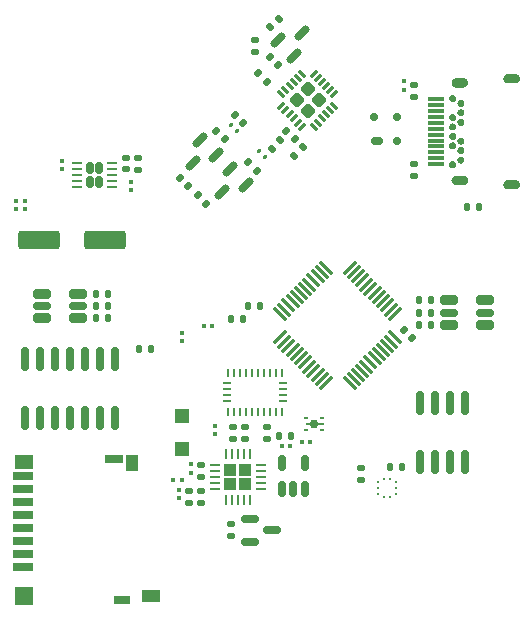
<source format=gbr>
%TF.GenerationSoftware,KiCad,Pcbnew,9.0.0*%
%TF.CreationDate,2025-03-07T10:31:51-08:00*%
%TF.ProjectId,Vanguard_new,56616e67-7561-4726-945f-6e65772e6b69,rev?*%
%TF.SameCoordinates,Original*%
%TF.FileFunction,Paste,Top*%
%TF.FilePolarity,Positive*%
%FSLAX46Y46*%
G04 Gerber Fmt 4.6, Leading zero omitted, Abs format (unit mm)*
G04 Created by KiCad (PCBNEW 9.0.0) date 2025-03-07 10:31:51*
%MOMM*%
%LPD*%
G01*
G04 APERTURE LIST*
G04 Aperture macros list*
%AMRoundRect*
0 Rectangle with rounded corners*
0 $1 Rounding radius*
0 $2 $3 $4 $5 $6 $7 $8 $9 X,Y pos of 4 corners*
0 Add a 4 corners polygon primitive as box body*
4,1,4,$2,$3,$4,$5,$6,$7,$8,$9,$2,$3,0*
0 Add four circle primitives for the rounded corners*
1,1,$1+$1,$2,$3*
1,1,$1+$1,$4,$5*
1,1,$1+$1,$6,$7*
1,1,$1+$1,$8,$9*
0 Add four rect primitives between the rounded corners*
20,1,$1+$1,$2,$3,$4,$5,0*
20,1,$1+$1,$4,$5,$6,$7,0*
20,1,$1+$1,$6,$7,$8,$9,0*
20,1,$1+$1,$8,$9,$2,$3,0*%
%AMFreePoly0*
4,1,13,0.320000,0.125000,0.700000,0.125000,0.700000,-0.125000,0.320000,-0.125000,0.200000,-0.350000,-0.200000,-0.350000,-0.320000,-0.125000,-0.850000,-0.125000,-0.850000,0.125000,-0.320000,0.125000,-0.200000,0.350000,0.200000,0.350000,0.320000,0.125000,0.320000,0.125000,$1*%
G04 Aperture macros list end*
%ADD10C,0.000000*%
%ADD11RoundRect,0.135000X0.035355X-0.226274X0.226274X-0.035355X-0.035355X0.226274X-0.226274X0.035355X0*%
%ADD12RoundRect,0.135000X-0.135000X-0.185000X0.135000X-0.185000X0.135000X0.185000X-0.135000X0.185000X0*%
%ADD13RoundRect,0.135000X-0.185000X0.135000X-0.185000X-0.135000X0.185000X-0.135000X0.185000X0.135000X0*%
%ADD14RoundRect,0.079500X-0.127279X-0.014849X-0.014849X-0.127279X0.127279X0.014849X0.014849X0.127279X0*%
%ADD15RoundRect,0.075000X0.521491X-0.415425X-0.415425X0.521491X-0.521491X0.415425X0.415425X-0.521491X0*%
%ADD16RoundRect,0.075000X0.521491X0.415425X0.415425X0.521491X-0.521491X-0.415425X-0.415425X-0.521491X0*%
%ADD17RoundRect,0.079500X-0.100500X0.079500X-0.100500X-0.079500X0.100500X-0.079500X0.100500X0.079500X0*%
%ADD18RoundRect,0.167500X0.167500X0.312500X-0.167500X0.312500X-0.167500X-0.312500X0.167500X-0.312500X0*%
%ADD19RoundRect,0.062500X0.362500X0.062500X-0.362500X0.062500X-0.362500X-0.062500X0.362500X-0.062500X0*%
%ADD20RoundRect,0.150000X-0.309359X-0.521491X0.521491X0.309359X0.309359X0.521491X-0.521491X-0.309359X0*%
%ADD21RoundRect,0.135000X0.135000X0.185000X-0.135000X0.185000X-0.135000X-0.185000X0.135000X-0.185000X0*%
%ADD22RoundRect,0.135000X-0.226274X-0.035355X-0.035355X-0.226274X0.226274X0.035355X0.035355X0.226274X0*%
%ADD23RoundRect,0.135000X0.226274X0.035355X0.035355X0.226274X-0.226274X-0.035355X-0.035355X-0.226274X0*%
%ADD24RoundRect,0.249999X0.290001X-0.290001X0.290001X0.290001X-0.290001X0.290001X-0.290001X-0.290001X0*%
%ADD25RoundRect,0.062500X0.062500X-0.350000X0.062500X0.350000X-0.062500X0.350000X-0.062500X-0.350000X0*%
%ADD26RoundRect,0.062500X0.350000X-0.062500X0.350000X0.062500X-0.350000X0.062500X-0.350000X-0.062500X0*%
%ADD27R,1.400000X0.300000*%
%ADD28RoundRect,0.079500X-0.079500X-0.100500X0.079500X-0.100500X0.079500X0.100500X-0.079500X0.100500X0*%
%ADD29RoundRect,0.135000X-0.035355X0.226274X-0.226274X0.035355X0.035355X-0.226274X0.226274X-0.035355X0*%
%ADD30RoundRect,0.079500X0.100500X-0.079500X0.100500X0.079500X-0.100500X0.079500X-0.100500X-0.079500X0*%
%ADD31RoundRect,0.150000X-0.587500X-0.150000X0.587500X-0.150000X0.587500X0.150000X-0.587500X0.150000X0*%
%ADD32RoundRect,0.135000X0.185000X-0.135000X0.185000X0.135000X-0.185000X0.135000X-0.185000X-0.135000X0*%
%ADD33RoundRect,0.147500X-0.172500X0.147500X-0.172500X-0.147500X0.172500X-0.147500X0.172500X0.147500X0*%
%ADD34R,1.200000X1.200000*%
%ADD35R,0.254000X0.675000*%
%ADD36R,0.675000X0.254000*%
%ADD37RoundRect,0.160000X-0.565000X-0.240000X0.565000X-0.240000X0.565000X0.240000X-0.565000X0.240000X0*%
%ADD38RoundRect,0.120000X-0.605000X-0.180000X0.605000X-0.180000X0.605000X0.180000X-0.605000X0.180000X0*%
%ADD39RoundRect,0.079500X0.079500X0.100500X-0.079500X0.100500X-0.079500X-0.100500X0.079500X-0.100500X0*%
%ADD40RoundRect,0.062500X0.112500X0.062500X-0.112500X0.062500X-0.112500X-0.062500X0.112500X-0.062500X0*%
%ADD41FreePoly0,180.000000*%
%ADD42R,0.250000X0.275000*%
%ADD43R,0.275000X0.250000*%
%ADD44RoundRect,0.150000X0.150000X-0.825000X0.150000X0.825000X-0.150000X0.825000X-0.150000X-0.825000X0*%
%ADD45RoundRect,0.150000X0.309359X0.521491X-0.521491X-0.309359X-0.309359X-0.521491X0.521491X0.309359X0*%
%ADD46RoundRect,0.250000X1.500000X0.550000X-1.500000X0.550000X-1.500000X-0.550000X1.500000X-0.550000X0*%
%ADD47RoundRect,0.150000X0.150000X-0.512500X0.150000X0.512500X-0.150000X0.512500X-0.150000X-0.512500X0*%
%ADD48RoundRect,0.160000X0.565000X0.240000X-0.565000X0.240000X-0.565000X-0.240000X0.565000X-0.240000X0*%
%ADD49RoundRect,0.120000X0.605000X0.180000X-0.605000X0.180000X-0.605000X-0.180000X0.605000X-0.180000X0*%
%ADD50RoundRect,0.250000X0.000000X0.388909X-0.388909X0.000000X0.000000X-0.388909X0.388909X0.000000X0*%
%ADD51RoundRect,0.062500X0.203293X0.291682X-0.291682X-0.203293X-0.203293X-0.291682X0.291682X0.203293X0*%
%ADD52RoundRect,0.062500X-0.203293X0.291682X-0.291682X0.203293X0.203293X-0.291682X0.291682X-0.203293X0*%
%ADD53R,1.750000X0.700000*%
%ADD54R,1.000000X1.450000*%
%ADD55R,1.550000X1.000000*%
%ADD56R,1.500000X0.800000*%
%ADD57R,1.500000X1.300000*%
%ADD58R,1.500000X1.500000*%
%ADD59R,1.400000X0.800000*%
%ADD60RoundRect,0.175000X0.325000X-0.175000X0.325000X0.175000X-0.325000X0.175000X-0.325000X-0.175000X0*%
%ADD61RoundRect,0.150000X0.150000X-0.200000X0.150000X0.200000X-0.150000X0.200000X-0.150000X-0.200000X0*%
G04 APERTURE END LIST*
D10*
%TO.C,J1*%
G36*
X129530500Y-92140000D02*
G01*
X128131000Y-92140000D01*
X128131000Y-91840500D01*
X129530500Y-91840500D01*
X129530500Y-92140000D01*
G37*
G36*
X129530500Y-92640500D02*
G01*
X128131000Y-92640500D01*
X128131000Y-92341000D01*
X129530500Y-92341000D01*
X129530500Y-92640500D01*
G37*
G36*
X129530500Y-93141000D02*
G01*
X128131000Y-93141000D01*
X128131000Y-92841000D01*
X129530500Y-92841000D01*
X129530500Y-93141000D01*
G37*
G36*
X129530500Y-93641500D02*
G01*
X128131000Y-93641500D01*
X128131000Y-93339000D01*
X129530500Y-93339000D01*
X129530500Y-93641500D01*
G37*
G36*
X129530500Y-94139000D02*
G01*
X128131000Y-94139000D01*
X128131000Y-93839500D01*
X129530500Y-93839500D01*
X129530500Y-94139000D01*
G37*
G36*
X129530500Y-94639500D02*
G01*
X128131000Y-94639500D01*
X128131000Y-94340000D01*
X129530500Y-94340000D01*
X129530500Y-94639500D01*
G37*
G36*
X129530500Y-95140000D02*
G01*
X128131000Y-95140000D01*
X128131000Y-94840000D01*
X129530500Y-94840000D01*
X129530500Y-95140000D01*
G37*
G36*
X129530500Y-95640500D02*
G01*
X128131000Y-95640500D01*
X128131000Y-95340500D01*
X129530500Y-95340500D01*
X129530500Y-95640500D01*
G37*
G36*
X129530500Y-96140500D02*
G01*
X128131000Y-96140500D01*
X128131000Y-95841000D01*
X129530500Y-95841000D01*
X129530500Y-96140500D01*
G37*
G36*
X129530500Y-96641000D02*
G01*
X128131000Y-96641000D01*
X128131000Y-96341500D01*
X129530500Y-96341500D01*
X129530500Y-96641000D01*
G37*
G36*
X129530500Y-97141500D02*
G01*
X128131000Y-97141500D01*
X128131000Y-96839000D01*
X129530500Y-96839000D01*
X129530500Y-97141500D01*
G37*
G36*
X129530500Y-97639000D02*
G01*
X128131000Y-97639000D01*
X128131000Y-97339500D01*
X129530500Y-97339500D01*
X129530500Y-97639000D01*
G37*
G36*
X130256500Y-93241000D02*
G01*
X130281500Y-93244500D01*
X130306000Y-93249500D01*
X130330000Y-93257000D01*
X130353500Y-93266000D01*
X130376000Y-93277000D01*
X130397500Y-93290000D01*
X130418000Y-93305000D01*
X130437000Y-93321500D01*
X130454500Y-93339500D01*
X130470500Y-93358500D01*
X130485000Y-93379500D01*
X130497500Y-93401000D01*
X130508000Y-93424000D01*
X130517000Y-93447500D01*
X130523500Y-93471500D01*
X130528500Y-93496500D01*
X130531000Y-93521500D01*
X130531500Y-93546500D01*
X130530000Y-93571500D01*
X130526000Y-93596500D01*
X130520500Y-93621000D01*
X130512500Y-93644500D01*
X130503000Y-93668000D01*
X130491500Y-93690000D01*
X130478000Y-93711500D01*
X130462500Y-93731500D01*
X130446000Y-93750000D01*
X130427500Y-93767000D01*
X130408000Y-93783000D01*
X130387000Y-93796500D01*
X130365000Y-93809000D01*
X130342000Y-93819000D01*
X130318000Y-93827500D01*
X130294000Y-93833500D01*
X130269000Y-93837500D01*
X130244000Y-93840000D01*
X130219000Y-93840000D01*
X130194000Y-93837500D01*
X130169000Y-93833500D01*
X130145000Y-93827500D01*
X130121000Y-93819000D01*
X130098000Y-93809000D01*
X130076000Y-93796500D01*
X130055000Y-93783000D01*
X130035500Y-93767000D01*
X130017000Y-93750000D01*
X130000500Y-93731500D01*
X129985000Y-93711500D01*
X129971500Y-93690000D01*
X129960000Y-93668000D01*
X129950500Y-93644500D01*
X129942500Y-93621000D01*
X129937000Y-93596500D01*
X129933000Y-93571500D01*
X129931500Y-93546500D01*
X129932000Y-93521500D01*
X129934500Y-93496500D01*
X129939500Y-93471500D01*
X129946000Y-93447500D01*
X129955000Y-93424000D01*
X129965500Y-93401000D01*
X129978000Y-93379500D01*
X129992500Y-93358500D01*
X130008500Y-93339500D01*
X130026000Y-93321500D01*
X130045000Y-93305000D01*
X130065500Y-93290000D01*
X130087000Y-93277000D01*
X130109500Y-93266000D01*
X130133000Y-93257000D01*
X130157000Y-93249500D01*
X130181500Y-93244500D01*
X130206500Y-93241000D01*
X130231500Y-93240000D01*
X130256500Y-93241000D01*
G37*
G36*
X130256500Y-94041000D02*
G01*
X130281500Y-94044500D01*
X130306000Y-94049500D01*
X130330000Y-94057000D01*
X130353500Y-94066000D01*
X130376000Y-94077500D01*
X130397500Y-94090500D01*
X130418000Y-94105000D01*
X130437000Y-94121500D01*
X130454500Y-94139500D01*
X130470500Y-94159000D01*
X130485000Y-94179500D01*
X130497500Y-94201000D01*
X130508000Y-94224000D01*
X130517000Y-94247500D01*
X130523500Y-94271500D01*
X130528500Y-94296500D01*
X130531000Y-94321500D01*
X130531500Y-94346500D01*
X130530000Y-94371500D01*
X130526000Y-94396500D01*
X130520500Y-94421000D01*
X130512500Y-94445000D01*
X130503000Y-94468000D01*
X130491500Y-94490000D01*
X130478000Y-94511500D01*
X130462500Y-94531500D01*
X130446000Y-94550000D01*
X130427500Y-94567500D01*
X130408000Y-94583000D01*
X130387000Y-94597000D01*
X130365000Y-94609000D01*
X130342000Y-94619000D01*
X130318000Y-94627500D01*
X130294000Y-94633500D01*
X130269000Y-94638000D01*
X130244000Y-94640000D01*
X130219000Y-94640000D01*
X130194000Y-94638000D01*
X130169000Y-94633500D01*
X130145000Y-94627500D01*
X130121000Y-94619000D01*
X130098000Y-94609000D01*
X130076000Y-94597000D01*
X130055000Y-94583000D01*
X130035500Y-94567500D01*
X130017000Y-94550000D01*
X130000500Y-94531500D01*
X129985000Y-94511500D01*
X129971500Y-94490000D01*
X129960000Y-94468000D01*
X129950500Y-94445000D01*
X129942500Y-94421000D01*
X129937000Y-94396500D01*
X129933000Y-94371500D01*
X129931500Y-94346500D01*
X129932000Y-94321500D01*
X129934500Y-94296500D01*
X129939500Y-94271500D01*
X129946000Y-94247500D01*
X129955000Y-94224000D01*
X129965500Y-94201000D01*
X129978000Y-94179500D01*
X129992500Y-94159000D01*
X130008500Y-94139500D01*
X130026000Y-94121500D01*
X130045000Y-94105000D01*
X130065500Y-94090500D01*
X130087000Y-94077500D01*
X130109500Y-94066000D01*
X130133000Y-94057000D01*
X130157000Y-94049500D01*
X130181500Y-94044500D01*
X130206500Y-94041000D01*
X130231500Y-94040000D01*
X130256500Y-94041000D01*
G37*
G36*
X130256500Y-97241000D02*
G01*
X130281500Y-97244500D01*
X130306000Y-97249500D01*
X130330000Y-97257000D01*
X130353500Y-97266000D01*
X130376000Y-97277000D01*
X130397500Y-97290000D01*
X130418000Y-97305000D01*
X130437000Y-97321500D01*
X130454500Y-97339500D01*
X130470500Y-97358500D01*
X130485000Y-97379500D01*
X130497500Y-97401000D01*
X130508000Y-97424000D01*
X130517000Y-97447500D01*
X130523500Y-97471500D01*
X130528500Y-97496500D01*
X130531000Y-97521000D01*
X130531500Y-97546500D01*
X130530000Y-97571500D01*
X130526000Y-97596500D01*
X130520500Y-97621000D01*
X130512500Y-97644500D01*
X130503000Y-97668000D01*
X130491500Y-97690000D01*
X130478000Y-97711500D01*
X130462500Y-97731500D01*
X130446000Y-97750000D01*
X130427500Y-97767000D01*
X130408000Y-97783000D01*
X130387000Y-97796500D01*
X130365000Y-97809000D01*
X130342000Y-97819000D01*
X130318000Y-97827500D01*
X130294000Y-97833500D01*
X130269000Y-97837500D01*
X130244000Y-97840000D01*
X130219000Y-97840000D01*
X130194000Y-97837500D01*
X130169000Y-97833500D01*
X130145000Y-97827500D01*
X130121000Y-97819000D01*
X130098000Y-97809000D01*
X130076000Y-97796500D01*
X130055000Y-97783000D01*
X130035500Y-97767000D01*
X130017000Y-97750000D01*
X130000500Y-97731500D01*
X129985000Y-97711500D01*
X129971500Y-97690000D01*
X129960000Y-97668000D01*
X129950500Y-97644500D01*
X129942500Y-97621000D01*
X129937000Y-97596500D01*
X129933000Y-97571500D01*
X129931500Y-97546500D01*
X129932000Y-97521000D01*
X129934500Y-97496500D01*
X129939500Y-97471500D01*
X129946000Y-97447500D01*
X129955000Y-97424000D01*
X129965500Y-97401000D01*
X129978000Y-97379500D01*
X129992500Y-97358500D01*
X130008500Y-97339500D01*
X130026000Y-97321500D01*
X130045000Y-97305000D01*
X130065500Y-97290000D01*
X130087000Y-97277000D01*
X130109500Y-97266000D01*
X130133000Y-97257000D01*
X130157000Y-97249500D01*
X130181500Y-97244500D01*
X130206500Y-97241000D01*
X130231500Y-97240000D01*
X130256500Y-97241000D01*
G37*
G36*
X130256500Y-91641000D02*
G01*
X130281500Y-91644500D01*
X130306000Y-91649500D01*
X130330000Y-91657000D01*
X130353500Y-91666000D01*
X130376000Y-91677500D01*
X130397500Y-91690500D01*
X130418000Y-91705000D01*
X130437000Y-91721500D01*
X130454500Y-91739500D01*
X130470500Y-91759000D01*
X130485000Y-91779500D01*
X130497500Y-91801000D01*
X130508000Y-91824000D01*
X130517000Y-91847500D01*
X130523500Y-91871500D01*
X130528500Y-91896500D01*
X130531000Y-91921500D01*
X130531500Y-91946500D01*
X130530000Y-91971500D01*
X130526000Y-91996500D01*
X130520500Y-92021000D01*
X130512500Y-92044500D01*
X130503000Y-92068000D01*
X130491500Y-92090000D01*
X130478000Y-92111500D01*
X130462500Y-92131500D01*
X130446000Y-92150000D01*
X130427500Y-92167500D01*
X130408000Y-92183000D01*
X130387000Y-92197000D01*
X130365000Y-92209000D01*
X130342000Y-92219000D01*
X130318000Y-92227500D01*
X130294000Y-92233500D01*
X130269000Y-92238000D01*
X130244000Y-92240000D01*
X130219000Y-92240000D01*
X130194000Y-92238000D01*
X130169000Y-92233500D01*
X130145000Y-92227500D01*
X130121000Y-92219000D01*
X130098000Y-92209000D01*
X130076000Y-92197000D01*
X130055000Y-92183000D01*
X130035500Y-92167500D01*
X130017000Y-92150000D01*
X130000500Y-92131500D01*
X129985000Y-92111500D01*
X129971500Y-92090000D01*
X129960000Y-92068000D01*
X129950500Y-92044500D01*
X129942500Y-92021000D01*
X129937000Y-91996500D01*
X129933000Y-91971500D01*
X129931500Y-91946500D01*
X129932000Y-91921500D01*
X129934500Y-91896500D01*
X129939500Y-91871500D01*
X129946000Y-91847500D01*
X129955000Y-91824000D01*
X129965500Y-91801000D01*
X129978000Y-91779500D01*
X129992500Y-91759000D01*
X130008500Y-91739500D01*
X130026000Y-91721500D01*
X130045000Y-91705000D01*
X130065500Y-91690500D01*
X130087000Y-91677500D01*
X130109500Y-91666000D01*
X130133000Y-91657000D01*
X130157000Y-91649500D01*
X130181500Y-91644500D01*
X130206500Y-91641000D01*
X130231500Y-91640000D01*
X130256500Y-91641000D01*
G37*
G36*
X130256500Y-94841000D02*
G01*
X130281500Y-94844000D01*
X130306000Y-94849500D01*
X130330000Y-94856500D01*
X130353500Y-94866000D01*
X130376000Y-94877000D01*
X130397500Y-94890000D01*
X130418000Y-94905000D01*
X130437000Y-94921500D01*
X130454500Y-94939500D01*
X130470500Y-94958500D01*
X130485000Y-94979500D01*
X130497500Y-95001000D01*
X130508000Y-95024000D01*
X130517000Y-95047500D01*
X130523500Y-95071500D01*
X130528500Y-95096000D01*
X130531000Y-95121000D01*
X130531500Y-95146500D01*
X130530000Y-95171500D01*
X130526000Y-95196500D01*
X130520500Y-95220500D01*
X130512500Y-95244500D01*
X130503000Y-95268000D01*
X130491500Y-95290000D01*
X130478000Y-95311500D01*
X130462500Y-95331500D01*
X130446000Y-95350000D01*
X130427500Y-95367000D01*
X130408000Y-95382500D01*
X130387000Y-95396500D01*
X130365000Y-95409000D01*
X130342000Y-95419000D01*
X130318000Y-95427000D01*
X130294000Y-95433500D01*
X130269000Y-95437500D01*
X130244000Y-95440000D01*
X130219000Y-95440000D01*
X130194000Y-95437500D01*
X130169000Y-95433500D01*
X130145000Y-95427000D01*
X130121000Y-95419000D01*
X130098000Y-95409000D01*
X130076000Y-95396500D01*
X130055000Y-95382500D01*
X130035500Y-95367000D01*
X130017000Y-95350000D01*
X130000500Y-95331500D01*
X129985000Y-95311500D01*
X129971500Y-95290000D01*
X129960000Y-95268000D01*
X129950500Y-95244500D01*
X129942500Y-95220500D01*
X129937000Y-95196500D01*
X129933000Y-95171500D01*
X129931500Y-95146500D01*
X129932000Y-95121000D01*
X129934500Y-95096000D01*
X129939500Y-95071500D01*
X129946000Y-95047500D01*
X129955000Y-95024000D01*
X129965500Y-95001000D01*
X129978000Y-94979500D01*
X129992500Y-94958500D01*
X130008500Y-94939500D01*
X130026000Y-94921500D01*
X130045000Y-94905000D01*
X130065500Y-94890000D01*
X130087000Y-94877000D01*
X130109500Y-94866000D01*
X130133000Y-94856500D01*
X130157000Y-94849500D01*
X130181500Y-94844000D01*
X130206500Y-94841000D01*
X130231500Y-94840000D01*
X130256500Y-94841000D01*
G37*
G36*
X130256500Y-95641000D02*
G01*
X130281500Y-95644500D01*
X130306000Y-95649500D01*
X130330000Y-95657000D01*
X130353500Y-95666000D01*
X130376000Y-95677500D01*
X130397500Y-95690500D01*
X130418000Y-95705000D01*
X130437000Y-95721500D01*
X130454500Y-95739500D01*
X130470500Y-95759000D01*
X130485000Y-95779500D01*
X130497500Y-95801000D01*
X130508000Y-95824000D01*
X130517000Y-95847500D01*
X130523500Y-95871500D01*
X130528500Y-95896500D01*
X130531000Y-95921500D01*
X130531500Y-95946500D01*
X130530000Y-95971500D01*
X130526000Y-95996500D01*
X130520500Y-96021000D01*
X130512500Y-96044500D01*
X130503000Y-96068000D01*
X130491500Y-96090000D01*
X130478000Y-96111500D01*
X130462500Y-96131500D01*
X130446000Y-96150000D01*
X130427500Y-96167500D01*
X130408000Y-96183000D01*
X130387000Y-96197000D01*
X130365000Y-96209000D01*
X130342000Y-96219000D01*
X130318000Y-96227500D01*
X130294000Y-96233500D01*
X130269000Y-96238000D01*
X130244000Y-96240000D01*
X130219000Y-96240000D01*
X130194000Y-96238000D01*
X130169000Y-96233500D01*
X130145000Y-96227500D01*
X130121000Y-96219000D01*
X130098000Y-96209000D01*
X130076000Y-96197000D01*
X130055000Y-96183000D01*
X130035500Y-96167500D01*
X130017000Y-96150000D01*
X130000500Y-96131500D01*
X129985000Y-96111500D01*
X129971500Y-96090000D01*
X129960000Y-96068000D01*
X129950500Y-96044500D01*
X129942500Y-96021000D01*
X129937000Y-95996500D01*
X129933000Y-95971500D01*
X129931500Y-95946500D01*
X129932000Y-95921500D01*
X129934500Y-95896500D01*
X129939500Y-95871500D01*
X129946000Y-95847500D01*
X129955000Y-95824000D01*
X129965500Y-95801000D01*
X129978000Y-95779500D01*
X129992500Y-95759000D01*
X130008500Y-95739500D01*
X130026000Y-95721500D01*
X130045000Y-95705000D01*
X130065500Y-95690500D01*
X130087000Y-95677500D01*
X130109500Y-95666000D01*
X130133000Y-95657000D01*
X130157000Y-95649500D01*
X130181500Y-95644500D01*
X130206500Y-95641000D01*
X130231500Y-95640000D01*
X130256500Y-95641000D01*
G37*
G36*
X130956500Y-92041000D02*
G01*
X130981500Y-92044500D01*
X131006000Y-92049500D01*
X131030000Y-92057000D01*
X131053500Y-92066000D01*
X131076000Y-92077500D01*
X131097500Y-92090500D01*
X131118000Y-92105000D01*
X131137000Y-92121500D01*
X131154500Y-92139500D01*
X131170500Y-92159000D01*
X131185000Y-92179500D01*
X131197500Y-92201000D01*
X131208000Y-92224000D01*
X131217000Y-92247500D01*
X131223500Y-92271500D01*
X131228500Y-92296500D01*
X131231000Y-92321500D01*
X131231500Y-92346500D01*
X131230000Y-92371500D01*
X131226000Y-92396500D01*
X131220500Y-92421000D01*
X131212500Y-92445000D01*
X131203000Y-92468000D01*
X131191500Y-92490000D01*
X131178000Y-92511500D01*
X131162500Y-92531500D01*
X131146000Y-92550000D01*
X131127500Y-92567500D01*
X131108000Y-92583000D01*
X131087000Y-92597000D01*
X131065000Y-92609000D01*
X131042000Y-92619000D01*
X131018000Y-92627500D01*
X130994000Y-92633500D01*
X130969000Y-92638000D01*
X130944000Y-92640000D01*
X130919000Y-92640000D01*
X130894000Y-92638000D01*
X130869000Y-92633500D01*
X130845000Y-92627500D01*
X130821000Y-92619000D01*
X130798000Y-92609000D01*
X130776000Y-92597000D01*
X130755000Y-92583000D01*
X130735500Y-92567500D01*
X130717000Y-92550000D01*
X130700500Y-92531500D01*
X130685000Y-92511500D01*
X130671500Y-92490000D01*
X130660000Y-92468000D01*
X130650500Y-92445000D01*
X130642500Y-92421000D01*
X130637000Y-92396500D01*
X130633000Y-92371500D01*
X130631500Y-92346500D01*
X130632000Y-92321500D01*
X130634500Y-92296500D01*
X130639500Y-92271500D01*
X130646000Y-92247500D01*
X130655000Y-92224000D01*
X130665500Y-92201000D01*
X130678000Y-92179500D01*
X130692500Y-92159000D01*
X130708500Y-92139500D01*
X130726000Y-92121500D01*
X130745000Y-92105000D01*
X130765500Y-92090500D01*
X130787000Y-92077500D01*
X130809500Y-92066000D01*
X130833000Y-92057000D01*
X130857000Y-92049500D01*
X130881500Y-92044500D01*
X130906500Y-92041000D01*
X130931500Y-92040000D01*
X130956500Y-92041000D01*
G37*
G36*
X130956500Y-92841000D02*
G01*
X130981500Y-92844000D01*
X131006000Y-92849500D01*
X131030000Y-92856500D01*
X131053500Y-92866000D01*
X131076000Y-92877000D01*
X131097500Y-92890000D01*
X131118000Y-92905000D01*
X131137000Y-92921500D01*
X131154500Y-92939500D01*
X131170500Y-92958500D01*
X131185000Y-92979500D01*
X131197500Y-93001000D01*
X131208000Y-93024000D01*
X131217000Y-93047500D01*
X131223500Y-93071500D01*
X131228500Y-93096000D01*
X131231000Y-93121000D01*
X131231500Y-93146500D01*
X131230000Y-93171500D01*
X131226000Y-93196500D01*
X131220500Y-93220500D01*
X131212500Y-93244500D01*
X131203000Y-93268000D01*
X131191500Y-93290000D01*
X131178000Y-93311500D01*
X131162500Y-93331500D01*
X131146000Y-93350000D01*
X131127500Y-93367000D01*
X131108000Y-93383000D01*
X131087000Y-93396500D01*
X131065000Y-93409000D01*
X131042000Y-93419000D01*
X131018000Y-93427500D01*
X130994000Y-93433500D01*
X130969000Y-93437500D01*
X130944000Y-93440000D01*
X130919000Y-93440000D01*
X130894000Y-93437500D01*
X130869000Y-93433500D01*
X130845000Y-93427500D01*
X130821000Y-93419000D01*
X130798000Y-93409000D01*
X130776000Y-93396500D01*
X130755000Y-93383000D01*
X130735500Y-93367000D01*
X130717000Y-93350000D01*
X130700500Y-93331500D01*
X130685000Y-93311500D01*
X130671500Y-93290000D01*
X130660000Y-93268000D01*
X130650500Y-93244500D01*
X130642500Y-93220500D01*
X130637000Y-93196500D01*
X130633000Y-93171500D01*
X130631500Y-93146500D01*
X130632000Y-93121000D01*
X130634500Y-93096000D01*
X130639500Y-93071500D01*
X130646000Y-93047500D01*
X130655000Y-93024000D01*
X130665500Y-93001000D01*
X130678000Y-92979500D01*
X130692500Y-92958500D01*
X130708500Y-92939500D01*
X130726000Y-92921500D01*
X130745000Y-92905000D01*
X130765500Y-92890000D01*
X130787000Y-92877000D01*
X130809500Y-92866000D01*
X130833000Y-92856500D01*
X130857000Y-92849500D01*
X130881500Y-92844000D01*
X130906500Y-92841000D01*
X130931500Y-92840000D01*
X130956500Y-92841000D01*
G37*
G36*
X130956500Y-93641000D02*
G01*
X130981500Y-93644500D01*
X131006000Y-93649500D01*
X131030000Y-93657000D01*
X131053500Y-93666000D01*
X131076000Y-93677500D01*
X131097500Y-93690500D01*
X131118000Y-93705000D01*
X131137000Y-93721500D01*
X131154500Y-93739500D01*
X131170500Y-93759000D01*
X131185000Y-93779500D01*
X131197500Y-93801000D01*
X131208000Y-93824000D01*
X131217000Y-93847500D01*
X131223500Y-93871500D01*
X131228500Y-93896500D01*
X131231000Y-93921500D01*
X131231500Y-93946500D01*
X131230000Y-93971500D01*
X131226000Y-93996500D01*
X131220500Y-94021000D01*
X131212500Y-94044500D01*
X131203000Y-94068000D01*
X131191500Y-94090000D01*
X131178000Y-94111500D01*
X131162500Y-94131500D01*
X131146000Y-94150000D01*
X131127500Y-94167500D01*
X131108000Y-94183000D01*
X131087000Y-94197000D01*
X131065000Y-94209000D01*
X131042000Y-94219000D01*
X131018000Y-94227500D01*
X130994000Y-94233500D01*
X130969000Y-94238000D01*
X130944000Y-94240000D01*
X130919000Y-94240000D01*
X130894000Y-94238000D01*
X130869000Y-94233500D01*
X130845000Y-94227500D01*
X130821000Y-94219000D01*
X130798000Y-94209000D01*
X130776000Y-94197000D01*
X130755000Y-94183000D01*
X130735500Y-94167500D01*
X130717000Y-94150000D01*
X130700500Y-94131500D01*
X130685000Y-94111500D01*
X130671500Y-94090000D01*
X130660000Y-94068000D01*
X130650500Y-94044500D01*
X130642500Y-94021000D01*
X130637000Y-93996500D01*
X130633000Y-93971500D01*
X130631500Y-93946500D01*
X130632000Y-93921500D01*
X130634500Y-93896500D01*
X130639500Y-93871500D01*
X130646000Y-93847500D01*
X130655000Y-93824000D01*
X130665500Y-93801000D01*
X130678000Y-93779500D01*
X130692500Y-93759000D01*
X130708500Y-93739500D01*
X130726000Y-93721500D01*
X130745000Y-93705000D01*
X130765500Y-93690500D01*
X130787000Y-93677500D01*
X130809500Y-93666000D01*
X130833000Y-93657000D01*
X130857000Y-93649500D01*
X130881500Y-93644500D01*
X130906500Y-93641000D01*
X130931500Y-93640000D01*
X130956500Y-93641000D01*
G37*
G36*
X130956500Y-95241000D02*
G01*
X130981500Y-95244500D01*
X131006000Y-95249500D01*
X131030000Y-95257000D01*
X131053500Y-95266000D01*
X131076000Y-95277000D01*
X131097500Y-95290000D01*
X131118000Y-95305000D01*
X131137000Y-95321500D01*
X131154500Y-95339500D01*
X131170500Y-95358500D01*
X131185000Y-95379500D01*
X131197500Y-95401000D01*
X131208000Y-95424000D01*
X131217000Y-95447500D01*
X131223500Y-95471500D01*
X131228500Y-95496500D01*
X131231000Y-95521500D01*
X131231500Y-95546500D01*
X131230000Y-95571500D01*
X131226000Y-95596500D01*
X131220500Y-95621000D01*
X131212500Y-95644500D01*
X131203000Y-95668000D01*
X131191500Y-95690000D01*
X131178000Y-95711500D01*
X131162500Y-95731500D01*
X131146000Y-95750000D01*
X131127500Y-95767000D01*
X131108000Y-95783000D01*
X131087000Y-95796500D01*
X131065000Y-95809000D01*
X131042000Y-95819000D01*
X131018000Y-95827500D01*
X130994000Y-95833500D01*
X130969000Y-95837500D01*
X130944000Y-95840000D01*
X130919000Y-95840000D01*
X130894000Y-95837500D01*
X130869000Y-95833500D01*
X130845000Y-95827500D01*
X130821000Y-95819000D01*
X130798000Y-95809000D01*
X130776000Y-95796500D01*
X130755000Y-95783000D01*
X130735500Y-95767000D01*
X130717000Y-95750000D01*
X130700500Y-95731500D01*
X130685000Y-95711500D01*
X130671500Y-95690000D01*
X130660000Y-95668000D01*
X130650500Y-95644500D01*
X130642500Y-95621000D01*
X130637000Y-95596500D01*
X130633000Y-95571500D01*
X130631500Y-95546500D01*
X130632000Y-95521500D01*
X130634500Y-95496500D01*
X130639500Y-95471500D01*
X130646000Y-95447500D01*
X130655000Y-95424000D01*
X130665500Y-95401000D01*
X130678000Y-95379500D01*
X130692500Y-95358500D01*
X130708500Y-95339500D01*
X130726000Y-95321500D01*
X130745000Y-95305000D01*
X130765500Y-95290000D01*
X130787000Y-95277000D01*
X130809500Y-95266000D01*
X130833000Y-95257000D01*
X130857000Y-95249500D01*
X130881500Y-95244500D01*
X130906500Y-95241000D01*
X130931500Y-95240000D01*
X130956500Y-95241000D01*
G37*
G36*
X130956500Y-96041000D02*
G01*
X130981500Y-96044500D01*
X131006000Y-96049500D01*
X131030000Y-96057000D01*
X131053500Y-96066000D01*
X131076000Y-96077500D01*
X131097500Y-96090500D01*
X131118000Y-96105000D01*
X131137000Y-96121500D01*
X131154500Y-96139500D01*
X131170500Y-96159000D01*
X131185000Y-96179500D01*
X131197500Y-96201000D01*
X131208000Y-96224000D01*
X131217000Y-96247500D01*
X131223500Y-96271500D01*
X131228500Y-96296500D01*
X131231000Y-96321500D01*
X131231500Y-96346500D01*
X131230000Y-96371500D01*
X131226000Y-96396500D01*
X131220500Y-96421000D01*
X131212500Y-96445000D01*
X131203000Y-96468000D01*
X131191500Y-96490000D01*
X131178000Y-96511500D01*
X131162500Y-96531500D01*
X131146000Y-96550000D01*
X131127500Y-96567500D01*
X131108000Y-96583000D01*
X131087000Y-96597000D01*
X131065000Y-96609000D01*
X131042000Y-96619000D01*
X131018000Y-96627500D01*
X130994000Y-96633500D01*
X130969000Y-96638000D01*
X130944000Y-96640000D01*
X130919000Y-96640000D01*
X130894000Y-96638000D01*
X130869000Y-96633500D01*
X130845000Y-96627500D01*
X130821000Y-96619000D01*
X130798000Y-96609000D01*
X130776000Y-96597000D01*
X130755000Y-96583000D01*
X130735500Y-96567500D01*
X130717000Y-96550000D01*
X130700500Y-96531500D01*
X130685000Y-96511500D01*
X130671500Y-96490000D01*
X130660000Y-96468000D01*
X130650500Y-96445000D01*
X130642500Y-96421000D01*
X130637000Y-96396500D01*
X130633000Y-96371500D01*
X130631500Y-96346500D01*
X130632000Y-96321500D01*
X130634500Y-96296500D01*
X130639500Y-96271500D01*
X130646000Y-96247500D01*
X130655000Y-96224000D01*
X130665500Y-96201000D01*
X130678000Y-96179500D01*
X130692500Y-96159000D01*
X130708500Y-96139500D01*
X130726000Y-96121500D01*
X130745000Y-96105000D01*
X130765500Y-96090500D01*
X130787000Y-96077500D01*
X130809500Y-96066000D01*
X130833000Y-96057000D01*
X130857000Y-96049500D01*
X130881500Y-96044500D01*
X130906500Y-96041000D01*
X130931500Y-96040000D01*
X130956500Y-96041000D01*
G37*
G36*
X130956500Y-96841000D02*
G01*
X130981500Y-96844000D01*
X131006000Y-96849500D01*
X131030000Y-96856500D01*
X131053500Y-96866000D01*
X131076000Y-96877000D01*
X131097500Y-96890000D01*
X131118000Y-96905000D01*
X131137000Y-96921500D01*
X131154500Y-96939500D01*
X131170500Y-96958500D01*
X131185000Y-96979500D01*
X131197500Y-97001000D01*
X131208000Y-97024000D01*
X131217000Y-97047500D01*
X131223500Y-97071500D01*
X131228500Y-97096000D01*
X131231000Y-97121000D01*
X131231500Y-97146500D01*
X131230000Y-97171500D01*
X131226000Y-97196500D01*
X131220500Y-97220500D01*
X131212500Y-97244500D01*
X131203000Y-97268000D01*
X131191500Y-97290000D01*
X131178000Y-97311500D01*
X131162500Y-97331500D01*
X131146000Y-97350000D01*
X131127500Y-97367000D01*
X131108000Y-97382500D01*
X131087000Y-97396500D01*
X131065000Y-97409000D01*
X131042000Y-97419000D01*
X131018000Y-97427000D01*
X130994000Y-97433500D01*
X130969000Y-97437500D01*
X130944000Y-97440000D01*
X130919000Y-97440000D01*
X130894000Y-97437500D01*
X130869000Y-97433500D01*
X130845000Y-97427000D01*
X130821000Y-97419000D01*
X130798000Y-97409000D01*
X130776000Y-97396500D01*
X130755000Y-97382500D01*
X130735500Y-97367000D01*
X130717000Y-97350000D01*
X130700500Y-97331500D01*
X130685000Y-97311500D01*
X130671500Y-97290000D01*
X130660000Y-97268000D01*
X130650500Y-97244500D01*
X130642500Y-97220500D01*
X130637000Y-97196500D01*
X130633000Y-97171500D01*
X130631500Y-97146500D01*
X130632000Y-97121000D01*
X130634500Y-97096000D01*
X130639500Y-97071500D01*
X130646000Y-97047500D01*
X130655000Y-97024000D01*
X130665500Y-97001000D01*
X130678000Y-96979500D01*
X130692500Y-96958500D01*
X130708500Y-96939500D01*
X130726000Y-96921500D01*
X130745000Y-96905000D01*
X130765500Y-96890000D01*
X130787000Y-96877000D01*
X130809500Y-96866000D01*
X130833000Y-96856500D01*
X130857000Y-96849500D01*
X130881500Y-96844000D01*
X130906500Y-96841000D01*
X130931500Y-96840000D01*
X130956500Y-96841000D01*
G37*
G36*
X131151500Y-90210500D02*
G01*
X131171500Y-90212000D01*
X131191000Y-90214500D01*
X131210500Y-90218000D01*
X131230000Y-90222500D01*
X131249500Y-90228000D01*
X131268000Y-90234500D01*
X131287000Y-90241500D01*
X131305000Y-90250000D01*
X131323000Y-90259000D01*
X131340000Y-90269000D01*
X131357000Y-90279500D01*
X131373000Y-90291500D01*
X131388500Y-90304000D01*
X131403500Y-90317000D01*
X131418000Y-90331000D01*
X131431500Y-90345500D01*
X131444000Y-90361000D01*
X131456000Y-90376500D01*
X131467500Y-90393000D01*
X131478000Y-90410000D01*
X131487500Y-90427500D01*
X131496000Y-90445500D01*
X131504000Y-90464000D01*
X131510500Y-90483000D01*
X131516500Y-90502000D01*
X131521500Y-90521000D01*
X131525500Y-90540500D01*
X131528500Y-90560500D01*
X131530500Y-90580500D01*
X131531500Y-90600000D01*
X131531500Y-90620000D01*
X131530500Y-90640000D01*
X131528500Y-90660000D01*
X131525500Y-90679500D01*
X131521500Y-90699000D01*
X131516500Y-90718500D01*
X131510500Y-90737500D01*
X131504000Y-90756500D01*
X131496000Y-90774500D01*
X131487500Y-90792500D01*
X131478000Y-90810000D01*
X131467500Y-90827000D01*
X131456000Y-90843500D01*
X131444000Y-90859500D01*
X131431500Y-90875000D01*
X131418000Y-90889500D01*
X131403500Y-90903500D01*
X131388500Y-90916500D01*
X131373000Y-90929000D01*
X131357000Y-90940500D01*
X131340000Y-90951500D01*
X131323000Y-90961500D01*
X131305000Y-90970500D01*
X131287000Y-90979000D01*
X131268000Y-90986000D01*
X131249500Y-90992500D01*
X131230000Y-90998000D01*
X131210500Y-91002500D01*
X131191000Y-91005500D01*
X131171500Y-91008000D01*
X131151500Y-91009500D01*
X131131500Y-91010000D01*
X130531500Y-91010000D01*
X130511500Y-91009500D01*
X130491500Y-91008000D01*
X130472000Y-91005500D01*
X130452000Y-91002500D01*
X130432500Y-90998000D01*
X130413500Y-90992500D01*
X130394500Y-90986000D01*
X130376000Y-90979000D01*
X130358000Y-90970500D01*
X130340000Y-90961500D01*
X130323000Y-90951500D01*
X130306000Y-90940500D01*
X130290000Y-90929000D01*
X130274500Y-90916500D01*
X130259500Y-90903500D01*
X130245000Y-90889500D01*
X130231500Y-90875000D01*
X130218500Y-90859500D01*
X130206500Y-90843500D01*
X130195500Y-90827000D01*
X130185000Y-90810000D01*
X130175500Y-90792500D01*
X130167000Y-90774500D01*
X130159000Y-90756500D01*
X130152500Y-90737500D01*
X130146500Y-90718500D01*
X130141500Y-90699000D01*
X130137500Y-90679500D01*
X130134500Y-90660000D01*
X130132500Y-90640000D01*
X130131500Y-90620000D01*
X130131500Y-90600000D01*
X130132500Y-90580500D01*
X130134500Y-90560500D01*
X130137500Y-90540500D01*
X130141500Y-90521000D01*
X130146500Y-90502000D01*
X130152500Y-90483000D01*
X130159000Y-90464000D01*
X130167000Y-90445500D01*
X130175500Y-90427500D01*
X130185000Y-90410000D01*
X130195500Y-90393000D01*
X130206500Y-90376500D01*
X130218500Y-90361000D01*
X130231500Y-90345500D01*
X130245000Y-90331000D01*
X130259500Y-90317000D01*
X130274500Y-90304000D01*
X130290000Y-90291500D01*
X130306000Y-90279500D01*
X130323000Y-90269000D01*
X130340000Y-90259000D01*
X130358000Y-90250000D01*
X130376000Y-90241500D01*
X130394500Y-90234500D01*
X130413500Y-90228000D01*
X130432500Y-90222500D01*
X130452000Y-90218000D01*
X130472000Y-90214500D01*
X130491500Y-90212000D01*
X130511500Y-90210500D01*
X130531500Y-90210000D01*
X131131500Y-90210000D01*
X131151500Y-90210500D01*
G37*
G36*
X131151500Y-98470500D02*
G01*
X131171500Y-98472000D01*
X131191000Y-98474500D01*
X131210500Y-98478000D01*
X131230000Y-98482500D01*
X131249500Y-98488000D01*
X131268000Y-98494000D01*
X131287000Y-98501500D01*
X131305000Y-98509500D01*
X131323000Y-98519000D01*
X131340000Y-98528500D01*
X131357000Y-98539500D01*
X131373000Y-98551000D01*
X131388500Y-98563500D01*
X131403500Y-98577000D01*
X131418000Y-98590500D01*
X131431500Y-98605500D01*
X131444000Y-98620500D01*
X131456000Y-98636500D01*
X131467500Y-98653000D01*
X131478000Y-98670000D01*
X131487500Y-98687500D01*
X131496000Y-98705500D01*
X131504000Y-98724000D01*
X131510500Y-98742500D01*
X131516500Y-98761500D01*
X131521500Y-98781000D01*
X131525500Y-98800500D01*
X131528500Y-98820500D01*
X131530500Y-98840000D01*
X131531500Y-98860000D01*
X131531500Y-98880000D01*
X131530500Y-98900000D01*
X131528500Y-98920000D01*
X131525500Y-98939500D01*
X131521500Y-98959000D01*
X131516500Y-98978500D01*
X131510500Y-98997500D01*
X131504000Y-99016000D01*
X131496000Y-99034500D01*
X131487500Y-99052500D01*
X131478000Y-99070000D01*
X131467500Y-99087000D01*
X131456000Y-99103500D01*
X131444000Y-99119500D01*
X131431500Y-99134500D01*
X131418000Y-99149500D01*
X131403500Y-99163500D01*
X131388500Y-99176500D01*
X131373000Y-99189000D01*
X131357000Y-99200500D01*
X131340000Y-99211500D01*
X131323000Y-99221500D01*
X131305000Y-99230500D01*
X131287000Y-99238500D01*
X131268000Y-99246000D01*
X131249500Y-99252500D01*
X131230000Y-99257500D01*
X131210500Y-99262000D01*
X131191000Y-99265500D01*
X131171500Y-99268000D01*
X131151500Y-99269500D01*
X131131500Y-99270000D01*
X130531500Y-99270000D01*
X130511500Y-99269500D01*
X130491500Y-99268000D01*
X130472000Y-99265500D01*
X130452000Y-99262000D01*
X130432500Y-99257500D01*
X130413500Y-99252500D01*
X130394500Y-99246000D01*
X130376000Y-99238500D01*
X130358000Y-99230500D01*
X130340000Y-99221500D01*
X130323000Y-99211500D01*
X130306000Y-99200500D01*
X130290000Y-99189000D01*
X130274500Y-99176500D01*
X130259500Y-99163500D01*
X130245000Y-99149500D01*
X130231500Y-99134500D01*
X130218500Y-99119500D01*
X130206500Y-99103500D01*
X130195500Y-99087000D01*
X130185000Y-99070000D01*
X130175500Y-99052500D01*
X130167000Y-99034500D01*
X130159000Y-99016000D01*
X130152500Y-98997500D01*
X130146500Y-98978500D01*
X130141500Y-98959000D01*
X130137500Y-98939500D01*
X130134500Y-98920000D01*
X130132500Y-98900000D01*
X130131500Y-98880000D01*
X130131500Y-98860000D01*
X130132500Y-98840000D01*
X130134500Y-98820500D01*
X130137500Y-98800500D01*
X130141500Y-98781000D01*
X130146500Y-98761500D01*
X130152500Y-98742500D01*
X130159000Y-98724000D01*
X130167000Y-98705500D01*
X130175500Y-98687500D01*
X130185000Y-98670000D01*
X130195500Y-98653000D01*
X130206500Y-98636500D01*
X130218500Y-98620500D01*
X130231500Y-98605500D01*
X130245000Y-98590500D01*
X130259500Y-98577000D01*
X130274500Y-98563500D01*
X130290000Y-98551000D01*
X130306000Y-98539500D01*
X130323000Y-98528500D01*
X130340000Y-98519000D01*
X130358000Y-98509500D01*
X130376000Y-98501500D01*
X130394500Y-98494000D01*
X130413500Y-98488000D01*
X130432500Y-98482500D01*
X130452000Y-98478000D01*
X130472000Y-98474500D01*
X130491500Y-98472000D01*
X130511500Y-98470500D01*
X130531500Y-98470000D01*
X131131500Y-98470000D01*
X131151500Y-98470500D01*
G37*
G36*
X135541500Y-89850500D02*
G01*
X135561000Y-89852000D01*
X135581000Y-89854500D01*
X135600500Y-89858000D01*
X135620000Y-89862500D01*
X135639000Y-89868000D01*
X135658000Y-89874000D01*
X135676500Y-89881500D01*
X135695000Y-89889500D01*
X135712500Y-89899000D01*
X135730000Y-89908500D01*
X135746500Y-89919500D01*
X135763000Y-89931000D01*
X135778500Y-89943500D01*
X135793500Y-89957000D01*
X135807500Y-89970500D01*
X135821000Y-89985500D01*
X135834000Y-90000500D01*
X135846000Y-90016500D01*
X135857500Y-90033000D01*
X135867500Y-90050000D01*
X135877500Y-90067500D01*
X135886000Y-90085500D01*
X135893500Y-90104000D01*
X135900500Y-90122500D01*
X135906500Y-90141500D01*
X135911500Y-90161000D01*
X135915000Y-90180500D01*
X135918000Y-90200500D01*
X135920000Y-90220000D01*
X135921000Y-90240000D01*
X135921000Y-90260000D01*
X135920000Y-90280000D01*
X135918000Y-90300000D01*
X135915000Y-90319500D01*
X135911500Y-90339000D01*
X135906500Y-90358500D01*
X135900500Y-90377500D01*
X135893500Y-90396000D01*
X135886000Y-90414500D01*
X135877500Y-90432500D01*
X135867500Y-90450000D01*
X135857500Y-90467000D01*
X135846000Y-90483500D01*
X135834000Y-90499500D01*
X135821000Y-90514500D01*
X135807500Y-90529500D01*
X135793500Y-90543500D01*
X135778500Y-90556500D01*
X135763000Y-90569000D01*
X135746500Y-90580500D01*
X135730000Y-90591500D01*
X135712500Y-90601500D01*
X135695000Y-90610500D01*
X135676500Y-90618500D01*
X135658000Y-90626000D01*
X135639000Y-90632500D01*
X135620000Y-90637500D01*
X135600500Y-90642000D01*
X135581000Y-90645500D01*
X135561000Y-90648000D01*
X135541500Y-90649500D01*
X135521500Y-90650000D01*
X134921500Y-90650000D01*
X134901500Y-90649500D01*
X134881500Y-90648000D01*
X134861500Y-90645500D01*
X134842000Y-90642000D01*
X134822500Y-90637500D01*
X134803500Y-90632500D01*
X134784500Y-90626000D01*
X134766000Y-90618500D01*
X134748000Y-90610500D01*
X134730000Y-90601500D01*
X134712500Y-90591500D01*
X134696000Y-90580500D01*
X134680000Y-90569000D01*
X134664000Y-90556500D01*
X134649500Y-90543500D01*
X134635000Y-90529500D01*
X134621500Y-90514500D01*
X134608500Y-90499500D01*
X134596500Y-90483500D01*
X134585500Y-90467000D01*
X134575000Y-90450000D01*
X134565500Y-90432500D01*
X134556500Y-90414500D01*
X134549000Y-90396000D01*
X134542000Y-90377500D01*
X134536500Y-90358500D01*
X134531500Y-90339000D01*
X134527500Y-90319500D01*
X134524500Y-90300000D01*
X134522500Y-90280000D01*
X134521500Y-90260000D01*
X134521500Y-90240000D01*
X134522500Y-90220000D01*
X134524500Y-90200500D01*
X134527500Y-90180500D01*
X134531500Y-90161000D01*
X134536500Y-90141500D01*
X134542000Y-90122500D01*
X134549000Y-90104000D01*
X134556500Y-90085500D01*
X134565500Y-90067500D01*
X134575000Y-90050000D01*
X134585500Y-90033000D01*
X134596500Y-90016500D01*
X134608500Y-90000500D01*
X134621500Y-89985500D01*
X134635000Y-89970500D01*
X134649500Y-89957000D01*
X134664000Y-89943500D01*
X134680000Y-89931000D01*
X134696000Y-89919500D01*
X134712500Y-89908500D01*
X134730000Y-89899000D01*
X134748000Y-89889500D01*
X134766000Y-89881500D01*
X134784500Y-89874000D01*
X134803500Y-89868000D01*
X134822500Y-89862500D01*
X134842000Y-89858000D01*
X134861500Y-89854500D01*
X134881500Y-89852000D01*
X134901500Y-89850500D01*
X134921500Y-89850000D01*
X135521500Y-89850000D01*
X135541500Y-89850500D01*
G37*
G36*
X135541500Y-98830500D02*
G01*
X135561000Y-98832000D01*
X135581000Y-98834500D01*
X135600500Y-98838000D01*
X135620000Y-98842500D01*
X135639000Y-98847500D01*
X135658000Y-98854000D01*
X135676500Y-98861500D01*
X135695000Y-98869500D01*
X135712500Y-98878500D01*
X135730000Y-98888500D01*
X135746500Y-98899500D01*
X135763000Y-98911000D01*
X135778500Y-98923500D01*
X135793500Y-98936500D01*
X135807500Y-98950500D01*
X135821000Y-98965500D01*
X135834000Y-98980500D01*
X135846000Y-98996500D01*
X135857500Y-99013000D01*
X135867500Y-99030000D01*
X135877500Y-99047500D01*
X135886000Y-99065500D01*
X135893500Y-99084000D01*
X135900500Y-99102500D01*
X135906500Y-99121500D01*
X135911500Y-99141000D01*
X135915000Y-99160500D01*
X135918000Y-99180000D01*
X135920000Y-99200000D01*
X135921000Y-99220000D01*
X135921000Y-99240000D01*
X135920000Y-99260000D01*
X135918000Y-99279500D01*
X135915000Y-99299500D01*
X135911500Y-99319000D01*
X135906500Y-99338500D01*
X135900500Y-99357500D01*
X135893500Y-99376000D01*
X135886000Y-99394500D01*
X135877500Y-99412500D01*
X135867500Y-99430000D01*
X135857500Y-99447000D01*
X135846000Y-99463500D01*
X135834000Y-99479500D01*
X135821000Y-99494500D01*
X135807500Y-99509500D01*
X135793500Y-99523000D01*
X135778500Y-99536500D01*
X135763000Y-99549000D01*
X135746500Y-99560500D01*
X135730000Y-99571500D01*
X135712500Y-99581000D01*
X135695000Y-99590500D01*
X135676500Y-99598500D01*
X135658000Y-99606000D01*
X135639000Y-99612000D01*
X135620000Y-99617500D01*
X135600500Y-99622000D01*
X135581000Y-99625500D01*
X135561000Y-99628000D01*
X135541500Y-99629500D01*
X135521500Y-99630000D01*
X134921500Y-99630000D01*
X134901500Y-99629500D01*
X134881500Y-99628000D01*
X134861500Y-99625500D01*
X134842000Y-99622000D01*
X134822500Y-99617500D01*
X134803500Y-99612000D01*
X134784500Y-99606000D01*
X134766000Y-99598500D01*
X134748000Y-99590500D01*
X134730000Y-99581000D01*
X134712500Y-99571500D01*
X134696000Y-99560500D01*
X134680000Y-99549000D01*
X134664000Y-99536500D01*
X134649500Y-99523000D01*
X134635000Y-99509500D01*
X134621500Y-99494500D01*
X134608500Y-99479500D01*
X134596500Y-99463500D01*
X134585500Y-99447000D01*
X134575000Y-99430000D01*
X134565500Y-99412500D01*
X134556500Y-99394500D01*
X134549000Y-99376000D01*
X134542000Y-99357500D01*
X134536500Y-99338500D01*
X134531500Y-99319000D01*
X134527500Y-99299500D01*
X134524500Y-99279500D01*
X134522500Y-99260000D01*
X134521500Y-99240000D01*
X134521500Y-99220000D01*
X134522500Y-99200000D01*
X134524500Y-99180000D01*
X134527500Y-99160500D01*
X134531500Y-99141000D01*
X134536500Y-99121500D01*
X134542000Y-99102500D01*
X134549000Y-99084000D01*
X134556500Y-99065500D01*
X134565500Y-99047500D01*
X134575000Y-99030000D01*
X134585500Y-99013000D01*
X134596500Y-98996500D01*
X134608500Y-98980500D01*
X134621500Y-98965500D01*
X134635000Y-98950500D01*
X134649500Y-98936500D01*
X134664000Y-98923500D01*
X134680000Y-98911000D01*
X134696000Y-98899500D01*
X134712500Y-98888500D01*
X134730000Y-98878500D01*
X134748000Y-98869500D01*
X134766000Y-98861500D01*
X134784500Y-98854000D01*
X134803500Y-98847500D01*
X134822500Y-98842500D01*
X134842000Y-98838000D01*
X134861500Y-98834500D01*
X134881500Y-98832000D01*
X134901500Y-98830500D01*
X134921500Y-98830000D01*
X135521500Y-98830000D01*
X135541500Y-98830500D01*
G37*
%TD*%
D11*
%TO.C,R2*%
X116832161Y-96771175D03*
X117553409Y-96049927D03*
%TD*%
D12*
%TO.C,R30*%
X100015001Y-108450000D03*
X101034999Y-108450000D03*
%TD*%
D13*
%TO.C,R35*%
X126950000Y-90789976D03*
X126950000Y-91809974D03*
%TD*%
D14*
%TO.C,D2*%
X111456099Y-94192559D03*
X111944003Y-94680463D03*
%TD*%
D15*
%TO.C,U2*%
X121498788Y-116048427D03*
X121852342Y-115694873D03*
X122205895Y-115341320D03*
X122559449Y-114987766D03*
X122913002Y-114634213D03*
X123266555Y-114280660D03*
X123620109Y-113927106D03*
X123973662Y-113573553D03*
X124327215Y-113220000D03*
X124680769Y-112866446D03*
X125034322Y-112512893D03*
X125387876Y-112159339D03*
D16*
X125387876Y-110161763D03*
X125034322Y-109808209D03*
X124680769Y-109454656D03*
X124327215Y-109101102D03*
X123973662Y-108747549D03*
X123620109Y-108393996D03*
X123266555Y-108040442D03*
X122913002Y-107686889D03*
X122559449Y-107333336D03*
X122205895Y-106979782D03*
X121852342Y-106626229D03*
X121498788Y-106272675D03*
D15*
X119501212Y-106272675D03*
X119147658Y-106626229D03*
X118794105Y-106979782D03*
X118440551Y-107333336D03*
X118086998Y-107686889D03*
X117733445Y-108040442D03*
X117379891Y-108393996D03*
X117026338Y-108747549D03*
X116672785Y-109101102D03*
X116319231Y-109454656D03*
X115965678Y-109808209D03*
X115612124Y-110161763D03*
D16*
X115612124Y-112159339D03*
X115965678Y-112512893D03*
X116319231Y-112866446D03*
X116672785Y-113220000D03*
X117026338Y-113573553D03*
X117379891Y-113927106D03*
X117733445Y-114280660D03*
X118086998Y-114634213D03*
X118440551Y-114987766D03*
X118794105Y-115341320D03*
X119147658Y-115694873D03*
X119501212Y-116048427D03*
%TD*%
D17*
%TO.C,C13*%
X93280000Y-100615000D03*
X93280000Y-101305000D03*
%TD*%
D18*
%TO.C,U8*%
X100310000Y-99010000D03*
X100310000Y-97820000D03*
X99490000Y-99010000D03*
X99490000Y-97820000D03*
D19*
X101350000Y-99415000D03*
X101350000Y-98915000D03*
X101350000Y-98415000D03*
X101350000Y-97915000D03*
X101350000Y-97415000D03*
X98450000Y-97415000D03*
X98450000Y-97915000D03*
X98450000Y-98415000D03*
X98450000Y-98915000D03*
X98450000Y-99415000D03*
%TD*%
D20*
%TO.C,Q1*%
X115485208Y-87014625D03*
X116828711Y-88358128D03*
X117482785Y-86360551D03*
%TD*%
D21*
%TO.C,R23*%
X112510000Y-110560000D03*
X111490000Y-110560000D03*
%TD*%
D22*
%TO.C,R5*%
X113778752Y-89778752D03*
X114500000Y-90500000D03*
%TD*%
D23*
%TO.C,R10*%
X113644033Y-98041801D03*
X112922785Y-97320553D03*
%TD*%
D13*
%TO.C,R15*%
X108910000Y-125169999D03*
X108910000Y-126189999D03*
%TD*%
D12*
%TO.C,R25*%
X127385000Y-109030000D03*
X128405000Y-109030000D03*
%TD*%
D17*
%TO.C,C12*%
X94030000Y-100610000D03*
X94030000Y-101300000D03*
%TD*%
D24*
%TO.C,U9*%
X111417500Y-124595000D03*
X112667500Y-124595000D03*
X111417500Y-123345000D03*
X112667500Y-123345000D03*
D25*
X111042500Y-125907500D03*
X111542500Y-125907500D03*
X112042500Y-125907499D03*
X112542500Y-125907500D03*
X113042500Y-125907500D03*
D26*
X113980000Y-124970000D03*
X113980000Y-124470000D03*
X113979999Y-123970000D03*
X113980000Y-123470000D03*
X113980000Y-122970000D03*
D25*
X113042500Y-122032500D03*
X112542500Y-122032500D03*
X112042500Y-122032501D03*
X111542500Y-122032500D03*
X111042500Y-122032500D03*
D26*
X110105000Y-122970000D03*
X110105000Y-123470000D03*
X110105001Y-123970000D03*
X110105000Y-124470000D03*
X110105000Y-124970000D03*
%TD*%
D27*
%TO.C,J1*%
X128830500Y-97489500D03*
X128830500Y-96990000D03*
X128830500Y-96491000D03*
X128830500Y-95990500D03*
X128830500Y-95490500D03*
X128830500Y-94990000D03*
X128830500Y-94489500D03*
X128830500Y-93989000D03*
X128830500Y-93490000D03*
X128830500Y-92991000D03*
X128830500Y-92490500D03*
X128830500Y-91990000D03*
%TD*%
D28*
%TO.C,C6*%
X115805000Y-121390000D03*
X116495000Y-121390000D03*
%TD*%
D29*
%TO.C,R3*%
X115623409Y-95469927D03*
X114902161Y-96191175D03*
%TD*%
D30*
%TO.C,C9*%
X103000000Y-99690000D03*
X103000000Y-99000000D03*
%TD*%
D31*
%TO.C,Q4*%
X113062500Y-127550000D03*
X113062500Y-129450000D03*
X114937501Y-128500000D03*
%TD*%
D30*
%TO.C,D7*%
X126070000Y-91174974D03*
X126070000Y-90484974D03*
%TD*%
D21*
%TO.C,R1*%
X125969999Y-123090000D03*
X124950001Y-123090000D03*
%TD*%
D12*
%TO.C,R24*%
X103700000Y-113100000D03*
X104720000Y-113100000D03*
%TD*%
D30*
%TO.C,C8*%
X97140000Y-97930000D03*
X97140000Y-97240000D03*
%TD*%
D12*
%TO.C,R26*%
X127385000Y-110070000D03*
X128405000Y-110070000D03*
%TD*%
D13*
%TO.C,R33*%
X103560000Y-96945001D03*
X103560000Y-97964999D03*
%TD*%
D30*
%TO.C,C3*%
X107290000Y-112455000D03*
X107290000Y-111765000D03*
%TD*%
D13*
%TO.C,R34*%
X111500000Y-127990001D03*
X111500000Y-129009999D03*
%TD*%
D32*
%TO.C,R36*%
X122430000Y-124239999D03*
X122430000Y-123220001D03*
%TD*%
D33*
%TO.C,L1*%
X102560000Y-96950001D03*
X102560000Y-97920001D03*
%TD*%
D17*
%TO.C,C7*%
X110147500Y-119670000D03*
X110147500Y-120360000D03*
%TD*%
D34*
%TO.C,D6*%
X107280000Y-121587499D03*
X107280000Y-118787501D03*
%TD*%
D22*
%TO.C,R13*%
X108639376Y-100139376D03*
X109360624Y-100860624D03*
%TD*%
D12*
%TO.C,R17*%
X115490000Y-120500000D03*
X116510000Y-120500000D03*
%TD*%
D35*
%TO.C,U6*%
X111250000Y-115137500D03*
D36*
X111112500Y-116050000D03*
X111112500Y-116550000D03*
X111112500Y-117050000D03*
X111112500Y-117550000D03*
D35*
X111250000Y-118462500D03*
X111750000Y-118462500D03*
X112250000Y-118462500D03*
X112750000Y-118462500D03*
X113250000Y-118462500D03*
X113750000Y-118462500D03*
X114250000Y-118462500D03*
X114750000Y-118462500D03*
X115250000Y-118462500D03*
X115750000Y-118462500D03*
D36*
X115887500Y-117550000D03*
X115887500Y-117050000D03*
X115887500Y-116550000D03*
X115887500Y-116050000D03*
D35*
X115750000Y-115137500D03*
X115250000Y-115137500D03*
X114750000Y-115137500D03*
X114250000Y-115137500D03*
X113750000Y-115137500D03*
X113250000Y-115137500D03*
X112750000Y-115137500D03*
X112250000Y-115137500D03*
X111750000Y-115137500D03*
%TD*%
D23*
%TO.C,R9*%
X110945214Y-95378731D03*
X110223966Y-94657483D03*
%TD*%
D37*
%TO.C,STARBOARD_RGB1*%
X129900000Y-109020000D03*
D38*
X129900000Y-110070000D03*
D37*
X129900000Y-111120000D03*
X132950000Y-111120000D03*
D38*
X132950000Y-110070000D03*
D37*
X132950000Y-109020000D03*
%TD*%
D12*
%TO.C,R32*%
X131470000Y-101140000D03*
X132489998Y-101140000D03*
%TD*%
D39*
%TO.C,C2*%
X109830000Y-111160000D03*
X109140000Y-111160000D03*
%TD*%
D13*
%TO.C,R18*%
X111647500Y-119720000D03*
X111647500Y-120740000D03*
%TD*%
D23*
%TO.C,R21*%
X126791248Y-112251248D03*
X126070000Y-111530000D03*
%TD*%
D40*
%TO.C,U5*%
X119175001Y-119999999D03*
D41*
X118500001Y-119500000D03*
D40*
X119175001Y-119000001D03*
X117825001Y-119000001D03*
X117825001Y-119999999D03*
%TD*%
D13*
%TO.C,R31*%
X126970000Y-97490001D03*
X126970000Y-98509999D03*
%TD*%
D12*
%TO.C,R22*%
X112940002Y-109530000D03*
X113960000Y-109530000D03*
%TD*%
D42*
%TO.C,U10*%
X124890000Y-124137500D03*
X124390000Y-124137500D03*
D43*
X123877500Y-124400000D03*
X123877500Y-124900000D03*
X123877500Y-125400000D03*
D42*
X124390000Y-125662500D03*
X124890000Y-125662500D03*
D43*
X125402500Y-125400000D03*
X125402500Y-124900000D03*
X125402500Y-124400000D03*
%TD*%
D44*
%TO.C,U3*%
X127465192Y-122696196D03*
X128735192Y-122696196D03*
X130005192Y-122696196D03*
X131275192Y-122696196D03*
X131275192Y-117746196D03*
X130005192Y-117746196D03*
X128735192Y-117746196D03*
X127465192Y-117746196D03*
%TD*%
D14*
%TO.C,D3*%
X113842021Y-96358885D03*
X114329925Y-96846789D03*
%TD*%
D22*
%TO.C,R4*%
X111800814Y-93292767D03*
X112522062Y-94014015D03*
%TD*%
D32*
%TO.C,R8*%
X113500000Y-88009999D03*
X113500000Y-86990001D03*
%TD*%
D17*
%TO.C,C11*%
X107020000Y-125100000D03*
X107020000Y-125790000D03*
%TD*%
D12*
%TO.C,R28*%
X100025001Y-110530000D03*
X101044999Y-110530000D03*
%TD*%
D17*
%TO.C,C4*%
X108040000Y-122915000D03*
X108040000Y-123605000D03*
%TD*%
D13*
%TO.C,R19*%
X112647500Y-119720000D03*
X112647500Y-120740000D03*
%TD*%
D12*
%TO.C,R29*%
X100015001Y-109500000D03*
X101034999Y-109500000D03*
%TD*%
D11*
%TO.C,R7*%
X114799376Y-85890624D03*
X115520624Y-85169376D03*
%TD*%
D13*
%TO.C,R14*%
X108920000Y-122980001D03*
X108920000Y-123999999D03*
%TD*%
%TO.C,R20*%
X114500000Y-119720000D03*
X114500000Y-120740000D03*
%TD*%
D45*
%TO.C,Q3*%
X110206289Y-96754054D03*
X108862786Y-95410551D03*
X108208712Y-97408128D03*
%TD*%
D44*
%TO.C,U7*%
X94010000Y-118975000D03*
X95280000Y-118975000D03*
X96550000Y-118975000D03*
X97820000Y-118975000D03*
X99090000Y-118975000D03*
X100360000Y-118975000D03*
X101630000Y-118975000D03*
X101630000Y-114025000D03*
X100360000Y-114025000D03*
X99090000Y-114025000D03*
X97820000Y-114025000D03*
X96550000Y-114025000D03*
X95280000Y-114025000D03*
X94010000Y-114025000D03*
%TD*%
D39*
%TO.C,D5*%
X118165000Y-121000000D03*
X117475000Y-121000000D03*
%TD*%
D22*
%TO.C,R6*%
X114742161Y-88399927D03*
X115463409Y-89121175D03*
%TD*%
%TO.C,R11*%
X116141537Y-94679303D03*
X116862785Y-95400551D03*
%TD*%
D46*
%TO.C,C10*%
X100800000Y-103900000D03*
X95200000Y-103900000D03*
%TD*%
D47*
%TO.C,U4*%
X115800000Y-125027500D03*
X116750000Y-125027500D03*
X117700000Y-125027500D03*
X117700000Y-122752500D03*
X115800000Y-122752500D03*
%TD*%
D32*
%TO.C,R16*%
X107900000Y-126189999D03*
X107900000Y-125170001D03*
%TD*%
D48*
%TO.C,PORTSIDE_RGB1*%
X98525000Y-110550000D03*
D49*
X98525000Y-109500000D03*
D48*
X98525000Y-108450000D03*
X95475000Y-108450000D03*
D49*
X95475000Y-109500000D03*
D48*
X95475000Y-110550000D03*
%TD*%
D45*
%TO.C,Q2*%
X112708884Y-99217364D03*
X111365381Y-97873861D03*
X110711307Y-99871438D03*
%TD*%
D50*
%TO.C,U1*%
X118888781Y-92077346D03*
X117969542Y-91158107D03*
X117969542Y-92996585D03*
X117050303Y-92077346D03*
D51*
X120223445Y-91591210D03*
X119869891Y-91237657D03*
X119516338Y-90884103D03*
X119162785Y-90530550D03*
X118809231Y-90176997D03*
X118455678Y-89823443D03*
D52*
X117483406Y-89823443D03*
X117129853Y-90176997D03*
X116776299Y-90530550D03*
X116422746Y-90884103D03*
X116069193Y-91237657D03*
X115715639Y-91591210D03*
D51*
X115715639Y-92563482D03*
X116069193Y-92917035D03*
X116422746Y-93270589D03*
X116776299Y-93624142D03*
X117129853Y-93977695D03*
X117483406Y-94331249D03*
D52*
X118455678Y-94331249D03*
X118809231Y-93977695D03*
X119162785Y-93624142D03*
X119516338Y-93270589D03*
X119869891Y-92917035D03*
X120223445Y-92563482D03*
%TD*%
D23*
%TO.C,R12*%
X107860624Y-99360624D03*
X107139376Y-98639376D03*
%TD*%
D53*
%TO.C,J3*%
X93855000Y-131635000D03*
X93855000Y-130535000D03*
X93855000Y-129435000D03*
X93855000Y-128335000D03*
X93855000Y-127235000D03*
X93855000Y-126135000D03*
X93855000Y-125035000D03*
X93855000Y-123935000D03*
D54*
X103080000Y-122810000D03*
D55*
X104655000Y-134035000D03*
D56*
X101580000Y-122485000D03*
D57*
X93980000Y-122735000D03*
D58*
X93980000Y-134085000D03*
D59*
X102230000Y-134435000D03*
%TD*%
D60*
%TO.C,D1*%
X123800000Y-95500000D03*
D61*
X125500000Y-95500000D03*
X125500000Y-93500000D03*
X123600000Y-93500000D03*
%TD*%
D12*
%TO.C,R27*%
X127385000Y-111120000D03*
X128405000Y-111120000D03*
%TD*%
D39*
%TO.C,C5*%
X107280000Y-124220000D03*
X106590000Y-124220000D03*
%TD*%
M02*

</source>
